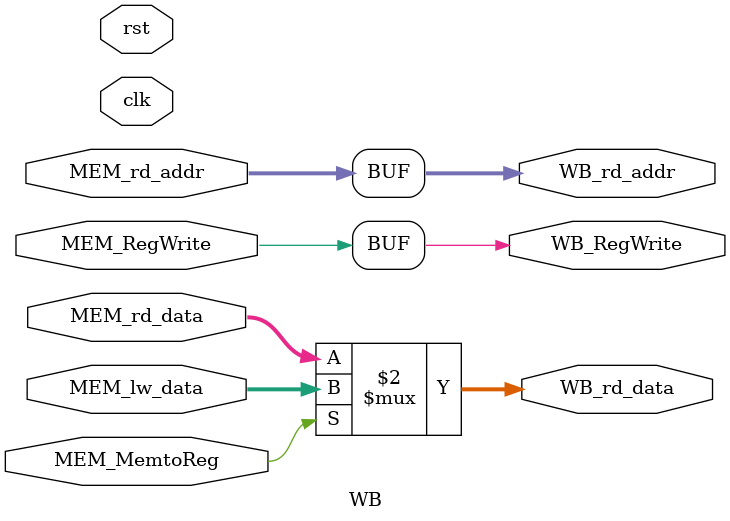
<source format=sv>
module WB (
    input clk,    // Clock
    input rst,

    input MEM_MemtoReg,
    input MEM_RegWrite,
    input [31:0] MEM_rd_data, // Data from ALU
    input [31:0] MEM_lw_data, // Data from Data memory
    input [4:0] MEM_rd_addr,

    output [31:0] WB_rd_data,
    output [4:0]  WB_rd_addr,
    output WB_RegWrite
);

    assign WB_rd_data = (MEM_MemtoReg == 1'b0)? MEM_rd_data:MEM_lw_data;
    assign WB_rd_addr = MEM_rd_addr;
    assign WB_RegWrite = MEM_RegWrite;

endmodule : WB
</source>
